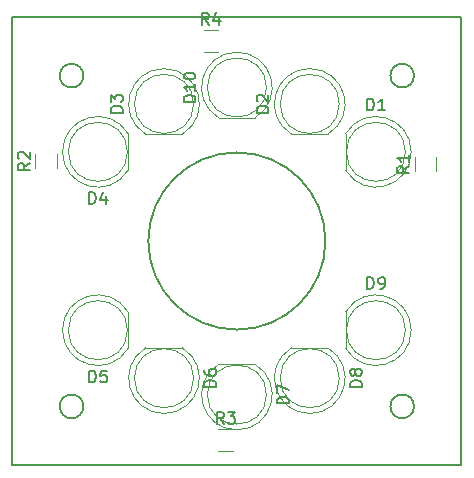
<source format=gbr>
%TF.GenerationSoftware,KiCad,Pcbnew,(5.0.0)*%
%TF.CreationDate,2020-05-10T15:03:53+01:00*%
%TF.ProjectId,anneau_led,616E6E6561755F6C65642E6B69636164,rev?*%
%TF.SameCoordinates,Original*%
%TF.FileFunction,Legend,Top*%
%TF.FilePolarity,Positive*%
%FSLAX46Y46*%
G04 Gerber Fmt 4.6, Leading zero omitted, Abs format (unit mm)*
G04 Created by KiCad (PCBNEW (5.0.0)) date 05/10/20 15:03:53*
%MOMM*%
%LPD*%
G01*
G04 APERTURE LIST*
%ADD10C,0.200000*%
%ADD11C,0.120000*%
%ADD12C,0.150000*%
G04 APERTURE END LIST*
D10*
X115000000Y-114000000D02*
G75*
G03X115000000Y-114000000I-1000000J0D01*
G01*
X87000000Y-114000000D02*
G75*
G03X87000000Y-114000000I-1000000J0D01*
G01*
X87000000Y-86000000D02*
G75*
G03X87000000Y-86000000I-1000000J0D01*
G01*
X115000000Y-86000000D02*
G75*
G03X115000000Y-86000000I-1000000J0D01*
G01*
X81000000Y-81000000D02*
X119000000Y-81000000D01*
X81000000Y-81000000D02*
X81000000Y-119000000D01*
X81000000Y-119000000D02*
X119000000Y-119000000D01*
X119000000Y-81000000D02*
X119000000Y-119000000D01*
X107500000Y-100000000D02*
G75*
G03X107500000Y-100000000I-7500000J0D01*
G01*
D11*
X97201936Y-83968000D02*
X98406064Y-83968000D01*
X97201936Y-82148000D02*
X98406064Y-82148000D01*
X98443936Y-115930000D02*
X99648064Y-115930000D01*
X98443936Y-117750000D02*
X99648064Y-117750000D01*
X84730000Y-93834064D02*
X84730000Y-92629936D01*
X82910000Y-93834064D02*
X82910000Y-92629936D01*
X115041000Y-94088064D02*
X115041000Y-92883936D01*
X116861000Y-94088064D02*
X116861000Y-92883936D01*
X109210000Y-90905000D02*
X109210000Y-93995000D01*
X114270000Y-92450000D02*
G75*
G03X114270000Y-92450000I-2500000J0D01*
G01*
X114760000Y-92450462D02*
G75*
G03X109210000Y-90905170I-2990000J462D01*
G01*
X114760000Y-92449538D02*
G75*
G02X109210000Y-93994830I-2990000J-462D01*
G01*
X106169538Y-85400000D02*
G75*
G02X107714830Y-90950000I462J-2990000D01*
G01*
X106170462Y-85400000D02*
G75*
G03X104625170Y-90950000I-462J-2990000D01*
G01*
X108670000Y-88390000D02*
G75*
G03X108670000Y-88390000I-2500000J0D01*
G01*
X104625000Y-90950000D02*
X107715000Y-90950000D01*
X92285000Y-90950000D02*
X95375000Y-90950000D01*
X96330000Y-88390000D02*
G75*
G03X96330000Y-88390000I-2500000J0D01*
G01*
X93830462Y-85400000D02*
G75*
G03X92285170Y-90950000I-462J-2990000D01*
G01*
X93829538Y-85400000D02*
G75*
G02X95374830Y-90950000I462J-2990000D01*
G01*
X85240000Y-92450462D02*
G75*
G02X90790000Y-90905170I2990000J462D01*
G01*
X85240000Y-92449538D02*
G75*
G03X90790000Y-93994830I2990000J-462D01*
G01*
X90730000Y-92450000D02*
G75*
G03X90730000Y-92450000I-2500000J0D01*
G01*
X90790000Y-93995000D02*
X90790000Y-90905000D01*
X90790000Y-109095000D02*
X90790000Y-106005000D01*
X90730000Y-107550000D02*
G75*
G03X90730000Y-107550000I-2500000J0D01*
G01*
X85240000Y-107549538D02*
G75*
G03X90790000Y-109094830I2990000J-462D01*
G01*
X85240000Y-107550462D02*
G75*
G02X90790000Y-106005170I2990000J462D01*
G01*
X93830462Y-114600000D02*
G75*
G02X92285170Y-109050000I-462J2990000D01*
G01*
X93829538Y-114600000D02*
G75*
G03X95374830Y-109050000I462J2990000D01*
G01*
X96330000Y-111610000D02*
G75*
G03X96330000Y-111610000I-2500000J0D01*
G01*
X95375000Y-109050000D02*
X92285000Y-109050000D01*
X101545000Y-110440000D02*
X98455000Y-110440000D01*
X102500000Y-113000000D02*
G75*
G03X102500000Y-113000000I-2500000J0D01*
G01*
X99999538Y-115990000D02*
G75*
G03X101544830Y-110440000I462J2990000D01*
G01*
X100000462Y-115990000D02*
G75*
G02X98455170Y-110440000I-462J2990000D01*
G01*
X106170462Y-114600000D02*
G75*
G02X104625170Y-109050000I-462J2990000D01*
G01*
X106169538Y-114600000D02*
G75*
G03X107714830Y-109050000I462J2990000D01*
G01*
X108670000Y-111610000D02*
G75*
G03X108670000Y-111610000I-2500000J0D01*
G01*
X107715000Y-109050000D02*
X104625000Y-109050000D01*
X109210000Y-106005000D02*
X109210000Y-109095000D01*
X114270000Y-107550000D02*
G75*
G03X114270000Y-107550000I-2500000J0D01*
G01*
X114760000Y-107550462D02*
G75*
G03X109210000Y-106005170I-2990000J462D01*
G01*
X114760000Y-107549538D02*
G75*
G02X109210000Y-109094830I-2990000J-462D01*
G01*
X100000462Y-84010000D02*
G75*
G03X98455170Y-89560000I-462J-2990000D01*
G01*
X99999538Y-84010000D02*
G75*
G02X101544830Y-89560000I462J-2990000D01*
G01*
X102500000Y-87000000D02*
G75*
G03X102500000Y-87000000I-2500000J0D01*
G01*
X98455000Y-89560000D02*
X101545000Y-89560000D01*
D12*
X97637333Y-81690380D02*
X97304000Y-81214190D01*
X97065904Y-81690380D02*
X97065904Y-80690380D01*
X97446857Y-80690380D01*
X97542095Y-80738000D01*
X97589714Y-80785619D01*
X97637333Y-80880857D01*
X97637333Y-81023714D01*
X97589714Y-81118952D01*
X97542095Y-81166571D01*
X97446857Y-81214190D01*
X97065904Y-81214190D01*
X98494476Y-81023714D02*
X98494476Y-81690380D01*
X98256380Y-80642761D02*
X98018285Y-81357047D01*
X98637333Y-81357047D01*
X98879333Y-115472380D02*
X98546000Y-114996190D01*
X98307904Y-115472380D02*
X98307904Y-114472380D01*
X98688857Y-114472380D01*
X98784095Y-114520000D01*
X98831714Y-114567619D01*
X98879333Y-114662857D01*
X98879333Y-114805714D01*
X98831714Y-114900952D01*
X98784095Y-114948571D01*
X98688857Y-114996190D01*
X98307904Y-114996190D01*
X99212666Y-114472380D02*
X99831714Y-114472380D01*
X99498380Y-114853333D01*
X99641238Y-114853333D01*
X99736476Y-114900952D01*
X99784095Y-114948571D01*
X99831714Y-115043809D01*
X99831714Y-115281904D01*
X99784095Y-115377142D01*
X99736476Y-115424761D01*
X99641238Y-115472380D01*
X99355523Y-115472380D01*
X99260285Y-115424761D01*
X99212666Y-115377142D01*
X82452380Y-93398666D02*
X81976190Y-93732000D01*
X82452380Y-93970095D02*
X81452380Y-93970095D01*
X81452380Y-93589142D01*
X81500000Y-93493904D01*
X81547619Y-93446285D01*
X81642857Y-93398666D01*
X81785714Y-93398666D01*
X81880952Y-93446285D01*
X81928571Y-93493904D01*
X81976190Y-93589142D01*
X81976190Y-93970095D01*
X81547619Y-93017714D02*
X81500000Y-92970095D01*
X81452380Y-92874857D01*
X81452380Y-92636761D01*
X81500000Y-92541523D01*
X81547619Y-92493904D01*
X81642857Y-92446285D01*
X81738095Y-92446285D01*
X81880952Y-92493904D01*
X82452380Y-93065333D01*
X82452380Y-92446285D01*
X114583380Y-93652666D02*
X114107190Y-93986000D01*
X114583380Y-94224095D02*
X113583380Y-94224095D01*
X113583380Y-93843142D01*
X113631000Y-93747904D01*
X113678619Y-93700285D01*
X113773857Y-93652666D01*
X113916714Y-93652666D01*
X114011952Y-93700285D01*
X114059571Y-93747904D01*
X114107190Y-93843142D01*
X114107190Y-94224095D01*
X114583380Y-92700285D02*
X114583380Y-93271714D01*
X114583380Y-92986000D02*
X113583380Y-92986000D01*
X113726238Y-93081238D01*
X113821476Y-93176476D01*
X113869095Y-93271714D01*
X111031904Y-88942380D02*
X111031904Y-87942380D01*
X111270000Y-87942380D01*
X111412857Y-87990000D01*
X111508095Y-88085238D01*
X111555714Y-88180476D01*
X111603333Y-88370952D01*
X111603333Y-88513809D01*
X111555714Y-88704285D01*
X111508095Y-88799523D01*
X111412857Y-88894761D01*
X111270000Y-88942380D01*
X111031904Y-88942380D01*
X112555714Y-88942380D02*
X111984285Y-88942380D01*
X112270000Y-88942380D02*
X112270000Y-87942380D01*
X112174761Y-88085238D01*
X112079523Y-88180476D01*
X111984285Y-88228095D01*
X102662380Y-89128095D02*
X101662380Y-89128095D01*
X101662380Y-88890000D01*
X101710000Y-88747142D01*
X101805238Y-88651904D01*
X101900476Y-88604285D01*
X102090952Y-88556666D01*
X102233809Y-88556666D01*
X102424285Y-88604285D01*
X102519523Y-88651904D01*
X102614761Y-88747142D01*
X102662380Y-88890000D01*
X102662380Y-89128095D01*
X101757619Y-88175714D02*
X101710000Y-88128095D01*
X101662380Y-88032857D01*
X101662380Y-87794761D01*
X101710000Y-87699523D01*
X101757619Y-87651904D01*
X101852857Y-87604285D01*
X101948095Y-87604285D01*
X102090952Y-87651904D01*
X102662380Y-88223333D01*
X102662380Y-87604285D01*
X90322380Y-89128095D02*
X89322380Y-89128095D01*
X89322380Y-88890000D01*
X89370000Y-88747142D01*
X89465238Y-88651904D01*
X89560476Y-88604285D01*
X89750952Y-88556666D01*
X89893809Y-88556666D01*
X90084285Y-88604285D01*
X90179523Y-88651904D01*
X90274761Y-88747142D01*
X90322380Y-88890000D01*
X90322380Y-89128095D01*
X89322380Y-88223333D02*
X89322380Y-87604285D01*
X89703333Y-87937619D01*
X89703333Y-87794761D01*
X89750952Y-87699523D01*
X89798571Y-87651904D01*
X89893809Y-87604285D01*
X90131904Y-87604285D01*
X90227142Y-87651904D01*
X90274761Y-87699523D01*
X90322380Y-87794761D01*
X90322380Y-88080476D01*
X90274761Y-88175714D01*
X90227142Y-88223333D01*
X87491904Y-96862380D02*
X87491904Y-95862380D01*
X87730000Y-95862380D01*
X87872857Y-95910000D01*
X87968095Y-96005238D01*
X88015714Y-96100476D01*
X88063333Y-96290952D01*
X88063333Y-96433809D01*
X88015714Y-96624285D01*
X87968095Y-96719523D01*
X87872857Y-96814761D01*
X87730000Y-96862380D01*
X87491904Y-96862380D01*
X88920476Y-96195714D02*
X88920476Y-96862380D01*
X88682380Y-95814761D02*
X88444285Y-96529047D01*
X89063333Y-96529047D01*
X87491904Y-111962380D02*
X87491904Y-110962380D01*
X87730000Y-110962380D01*
X87872857Y-111010000D01*
X87968095Y-111105238D01*
X88015714Y-111200476D01*
X88063333Y-111390952D01*
X88063333Y-111533809D01*
X88015714Y-111724285D01*
X87968095Y-111819523D01*
X87872857Y-111914761D01*
X87730000Y-111962380D01*
X87491904Y-111962380D01*
X88968095Y-110962380D02*
X88491904Y-110962380D01*
X88444285Y-111438571D01*
X88491904Y-111390952D01*
X88587142Y-111343333D01*
X88825238Y-111343333D01*
X88920476Y-111390952D01*
X88968095Y-111438571D01*
X89015714Y-111533809D01*
X89015714Y-111771904D01*
X88968095Y-111867142D01*
X88920476Y-111914761D01*
X88825238Y-111962380D01*
X88587142Y-111962380D01*
X88491904Y-111914761D01*
X88444285Y-111867142D01*
X98242380Y-112348095D02*
X97242380Y-112348095D01*
X97242380Y-112110000D01*
X97290000Y-111967142D01*
X97385238Y-111871904D01*
X97480476Y-111824285D01*
X97670952Y-111776666D01*
X97813809Y-111776666D01*
X98004285Y-111824285D01*
X98099523Y-111871904D01*
X98194761Y-111967142D01*
X98242380Y-112110000D01*
X98242380Y-112348095D01*
X97242380Y-110919523D02*
X97242380Y-111110000D01*
X97290000Y-111205238D01*
X97337619Y-111252857D01*
X97480476Y-111348095D01*
X97670952Y-111395714D01*
X98051904Y-111395714D01*
X98147142Y-111348095D01*
X98194761Y-111300476D01*
X98242380Y-111205238D01*
X98242380Y-111014761D01*
X98194761Y-110919523D01*
X98147142Y-110871904D01*
X98051904Y-110824285D01*
X97813809Y-110824285D01*
X97718571Y-110871904D01*
X97670952Y-110919523D01*
X97623333Y-111014761D01*
X97623333Y-111205238D01*
X97670952Y-111300476D01*
X97718571Y-111348095D01*
X97813809Y-111395714D01*
X104412380Y-113738095D02*
X103412380Y-113738095D01*
X103412380Y-113500000D01*
X103460000Y-113357142D01*
X103555238Y-113261904D01*
X103650476Y-113214285D01*
X103840952Y-113166666D01*
X103983809Y-113166666D01*
X104174285Y-113214285D01*
X104269523Y-113261904D01*
X104364761Y-113357142D01*
X104412380Y-113500000D01*
X104412380Y-113738095D01*
X103412380Y-112833333D02*
X103412380Y-112166666D01*
X104412380Y-112595238D01*
X110582380Y-112348095D02*
X109582380Y-112348095D01*
X109582380Y-112110000D01*
X109630000Y-111967142D01*
X109725238Y-111871904D01*
X109820476Y-111824285D01*
X110010952Y-111776666D01*
X110153809Y-111776666D01*
X110344285Y-111824285D01*
X110439523Y-111871904D01*
X110534761Y-111967142D01*
X110582380Y-112110000D01*
X110582380Y-112348095D01*
X110010952Y-111205238D02*
X109963333Y-111300476D01*
X109915714Y-111348095D01*
X109820476Y-111395714D01*
X109772857Y-111395714D01*
X109677619Y-111348095D01*
X109630000Y-111300476D01*
X109582380Y-111205238D01*
X109582380Y-111014761D01*
X109630000Y-110919523D01*
X109677619Y-110871904D01*
X109772857Y-110824285D01*
X109820476Y-110824285D01*
X109915714Y-110871904D01*
X109963333Y-110919523D01*
X110010952Y-111014761D01*
X110010952Y-111205238D01*
X110058571Y-111300476D01*
X110106190Y-111348095D01*
X110201428Y-111395714D01*
X110391904Y-111395714D01*
X110487142Y-111348095D01*
X110534761Y-111300476D01*
X110582380Y-111205238D01*
X110582380Y-111014761D01*
X110534761Y-110919523D01*
X110487142Y-110871904D01*
X110391904Y-110824285D01*
X110201428Y-110824285D01*
X110106190Y-110871904D01*
X110058571Y-110919523D01*
X110010952Y-111014761D01*
X111031904Y-104042380D02*
X111031904Y-103042380D01*
X111270000Y-103042380D01*
X111412857Y-103090000D01*
X111508095Y-103185238D01*
X111555714Y-103280476D01*
X111603333Y-103470952D01*
X111603333Y-103613809D01*
X111555714Y-103804285D01*
X111508095Y-103899523D01*
X111412857Y-103994761D01*
X111270000Y-104042380D01*
X111031904Y-104042380D01*
X112079523Y-104042380D02*
X112270000Y-104042380D01*
X112365238Y-103994761D01*
X112412857Y-103947142D01*
X112508095Y-103804285D01*
X112555714Y-103613809D01*
X112555714Y-103232857D01*
X112508095Y-103137619D01*
X112460476Y-103090000D01*
X112365238Y-103042380D01*
X112174761Y-103042380D01*
X112079523Y-103090000D01*
X112031904Y-103137619D01*
X111984285Y-103232857D01*
X111984285Y-103470952D01*
X112031904Y-103566190D01*
X112079523Y-103613809D01*
X112174761Y-103661428D01*
X112365238Y-103661428D01*
X112460476Y-103613809D01*
X112508095Y-103566190D01*
X112555714Y-103470952D01*
X96492380Y-88214285D02*
X95492380Y-88214285D01*
X95492380Y-87976190D01*
X95540000Y-87833333D01*
X95635238Y-87738095D01*
X95730476Y-87690476D01*
X95920952Y-87642857D01*
X96063809Y-87642857D01*
X96254285Y-87690476D01*
X96349523Y-87738095D01*
X96444761Y-87833333D01*
X96492380Y-87976190D01*
X96492380Y-88214285D01*
X96492380Y-86690476D02*
X96492380Y-87261904D01*
X96492380Y-86976190D02*
X95492380Y-86976190D01*
X95635238Y-87071428D01*
X95730476Y-87166666D01*
X95778095Y-87261904D01*
X95492380Y-86071428D02*
X95492380Y-85976190D01*
X95540000Y-85880952D01*
X95587619Y-85833333D01*
X95682857Y-85785714D01*
X95873333Y-85738095D01*
X96111428Y-85738095D01*
X96301904Y-85785714D01*
X96397142Y-85833333D01*
X96444761Y-85880952D01*
X96492380Y-85976190D01*
X96492380Y-86071428D01*
X96444761Y-86166666D01*
X96397142Y-86214285D01*
X96301904Y-86261904D01*
X96111428Y-86309523D01*
X95873333Y-86309523D01*
X95682857Y-86261904D01*
X95587619Y-86214285D01*
X95540000Y-86166666D01*
X95492380Y-86071428D01*
M02*

</source>
